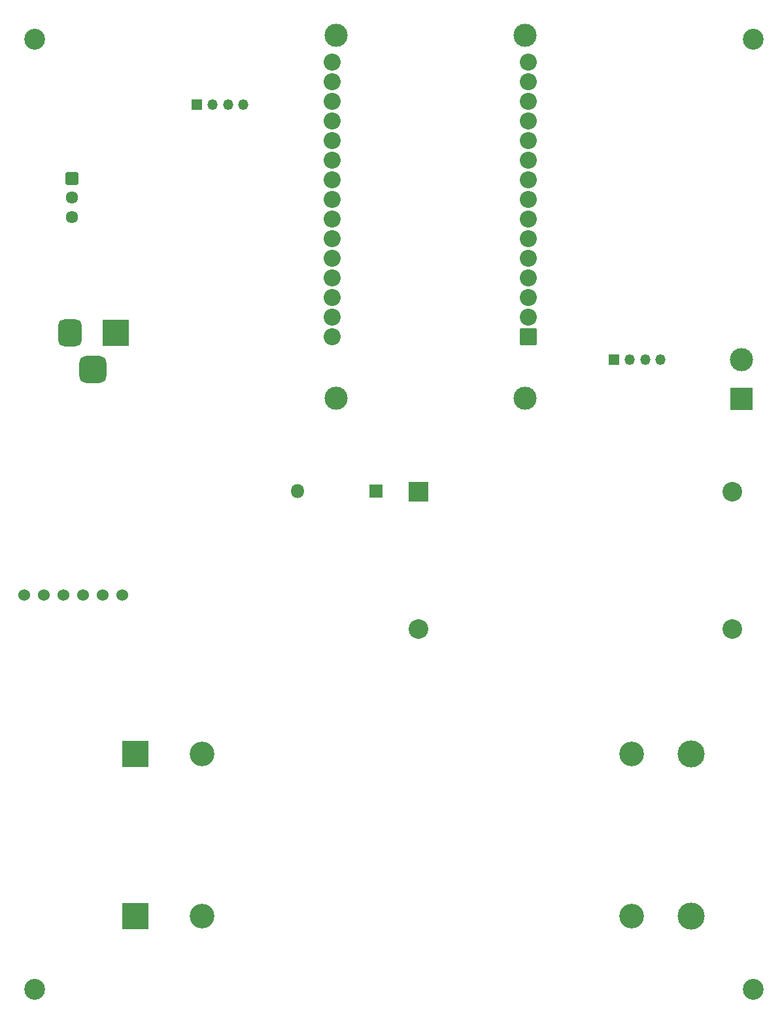
<source format=gbr>
%TF.GenerationSoftware,KiCad,Pcbnew,8.0.8*%
%TF.CreationDate,2025-03-04T12:02:19-05:00*%
%TF.ProjectId,Proyecto PCB,50726f79-6563-4746-9f20-5043422e6b69,rev?*%
%TF.SameCoordinates,Original*%
%TF.FileFunction,Soldermask,Top*%
%TF.FilePolarity,Negative*%
%FSLAX46Y46*%
G04 Gerber Fmt 4.6, Leading zero omitted, Abs format (unit mm)*
G04 Created by KiCad (PCBNEW 8.0.8) date 2025-03-04 12:02:19*
%MOMM*%
%LPD*%
G01*
G04 APERTURE LIST*
G04 Aperture macros list*
%AMRoundRect*
0 Rectangle with rounded corners*
0 $1 Rounding radius*
0 $2 $3 $4 $5 $6 $7 $8 $9 X,Y pos of 4 corners*
0 Add a 4 corners polygon primitive as box body*
4,1,4,$2,$3,$4,$5,$6,$7,$8,$9,$2,$3,0*
0 Add four circle primitives for the rounded corners*
1,1,$1+$1,$2,$3*
1,1,$1+$1,$4,$5*
1,1,$1+$1,$6,$7*
1,1,$1+$1,$8,$9*
0 Add four rect primitives between the rounded corners*
20,1,$1+$1,$2,$3,$4,$5,0*
20,1,$1+$1,$4,$5,$6,$7,0*
20,1,$1+$1,$6,$7,$8,$9,0*
20,1,$1+$1,$8,$9,$2,$3,0*%
G04 Aperture macros list end*
%ADD10R,3.500000X3.500000*%
%ADD11RoundRect,0.750000X-0.750000X-1.000000X0.750000X-1.000000X0.750000X1.000000X-0.750000X1.000000X0*%
%ADD12RoundRect,0.875000X-0.875000X-0.875000X0.875000X-0.875000X0.875000X0.875000X-0.875000X0.875000X0*%
%ADD13R,1.350000X1.350000*%
%ADD14O,1.350000X1.350000*%
%ADD15R,1.800000X1.800000*%
%ADD16O,1.800000X1.800000*%
%ADD17C,1.524000*%
%ADD18C,2.700000*%
%ADD19R,3.000000X3.000000*%
%ADD20C,3.000000*%
%ADD21C,3.200000*%
%ADD22C,3.500000*%
%ADD23RoundRect,0.102000X1.000000X1.000000X-1.000000X1.000000X-1.000000X-1.000000X1.000000X-1.000000X0*%
%ADD24C,2.204000*%
%ADD25RoundRect,0.102000X-0.704000X0.704000X-0.704000X-0.704000X0.704000X-0.704000X0.704000X0.704000X0*%
%ADD26C,1.612000*%
%ADD27R,2.540000X2.540000*%
%ADD28C,2.540000*%
G04 APERTURE END LIST*
D10*
%TO.C,J3*%
X71000000Y-78042500D03*
D11*
X65000000Y-78042500D03*
D12*
X68000000Y-82742500D03*
%TD*%
D13*
%TO.C,J1*%
X135500000Y-81500000D03*
D14*
X137500000Y-81500000D03*
X139500000Y-81500000D03*
X141500000Y-81500000D03*
%TD*%
D15*
%TO.C,D1*%
X104700000Y-98500000D03*
D16*
X94540000Y-98500000D03*
%TD*%
D17*
%TO.C,U2*%
X59150000Y-111930000D03*
X61690000Y-111930000D03*
X64230000Y-111930000D03*
X66770000Y-111930000D03*
X69310000Y-111930000D03*
X71850000Y-111930000D03*
%TD*%
D18*
%TO.C,REF\u002A\u002A*%
X153500000Y-40000000D03*
%TD*%
D19*
%TO.C,J2*%
X152000000Y-86540000D03*
D20*
X152000000Y-81460000D03*
%TD*%
D18*
%TO.C,REF\u002A\u002A*%
X60500000Y-40000000D03*
%TD*%
D21*
%TO.C,BT2*%
X82145000Y-153500000D03*
X137755000Y-153500000D03*
D10*
X73500000Y-153500000D03*
D22*
X145500000Y-153500000D03*
%TD*%
D20*
%TO.C,U1*%
X123980000Y-86475000D03*
X123980000Y-39525000D03*
X99470000Y-86475000D03*
X99470000Y-39525000D03*
D23*
X124400000Y-78515000D03*
D24*
X124400000Y-75975000D03*
X124400000Y-73435000D03*
X124400000Y-70895000D03*
X124400000Y-68355000D03*
X124400000Y-65815000D03*
X124400000Y-63275000D03*
X124400000Y-60735000D03*
X124400000Y-58195000D03*
X124400000Y-55655000D03*
X124400000Y-53115000D03*
X124400000Y-50575000D03*
X124400000Y-48035000D03*
X124400000Y-45495000D03*
X124400000Y-42955000D03*
X99000000Y-42955000D03*
X99000000Y-45495000D03*
X99000000Y-48035000D03*
X99000000Y-50575000D03*
X99000000Y-53115000D03*
X99000000Y-55655000D03*
X99000000Y-58195000D03*
X99000000Y-60735000D03*
X99000000Y-63275000D03*
X99000000Y-65815000D03*
X99000000Y-68355000D03*
X99000000Y-70895000D03*
X99000000Y-73435000D03*
X99000000Y-75975000D03*
X99000000Y-78515000D03*
%TD*%
D13*
%TO.C,J4*%
X81500000Y-48500000D03*
D14*
X83500000Y-48500000D03*
X85500000Y-48500000D03*
X87500000Y-48500000D03*
%TD*%
D25*
%TO.C,S1*%
X65297500Y-58000000D03*
D26*
X65297500Y-60500000D03*
X65297500Y-63000000D03*
%TD*%
D21*
%TO.C,BT1*%
X82145000Y-132500000D03*
X137755000Y-132500000D03*
D10*
X73500000Y-132500000D03*
D22*
X145500000Y-132500000D03*
%TD*%
D18*
%TO.C,REF\u002A\u002A*%
X153500000Y-163000000D03*
%TD*%
D27*
%TO.C,J6*%
X110180000Y-98610000D03*
D28*
X110180000Y-116390000D03*
X150820000Y-116390000D03*
X150820000Y-98610000D03*
%TD*%
D18*
%TO.C,REF\u002A\u002A*%
X60500000Y-163000000D03*
%TD*%
M02*

</source>
